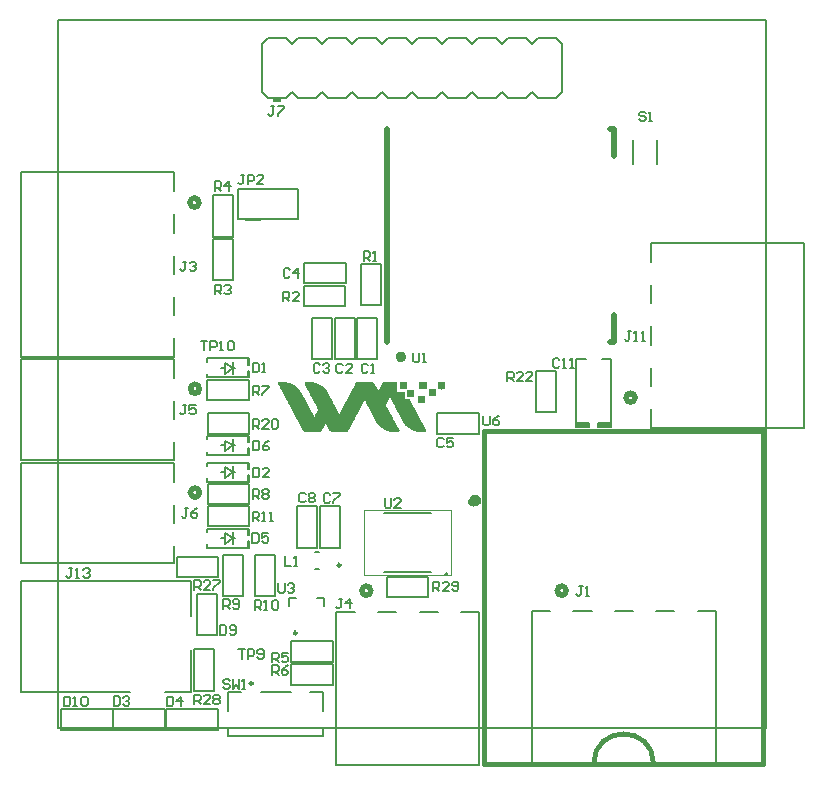
<source format=gto>
G04*
G04 #@! TF.GenerationSoftware,Altium Limited,Altium Designer,21.2.2 (38)*
G04*
G04 Layer_Color=65535*
%FSLAX44Y44*%
%MOMM*%
G71*
G04*
G04 #@! TF.SameCoordinates,265A67D8-C3AC-4CD1-A284-A86046D17BEF*
G04*
G04*
G04 #@! TF.FilePolarity,Positive*
G04*
G01*
G75*
%ADD10C,0.2000*%
%ADD11C,0.5080*%
%ADD12C,0.4000*%
%ADD13C,1.0000*%
%ADD14C,0.2500*%
%ADD15C,0.5000*%
%ADD16C,0.1270*%
%ADD17C,0.1500*%
%ADD18C,0.1778*%
%ADD19C,0.1524*%
%ADD20C,0.1800*%
%ADD21R,1.3970X0.2540*%
%ADD22R,0.8000X0.3600*%
%ADD23C,0.0500*%
G36*
X312511Y292790D02*
Y292563D01*
Y292336D01*
Y292109D01*
Y291882D01*
Y291656D01*
Y291429D01*
Y291202D01*
Y290975D01*
Y290749D01*
Y290522D01*
Y290295D01*
Y290068D01*
Y289841D01*
Y289615D01*
Y289388D01*
Y289161D01*
Y288934D01*
Y288707D01*
Y288481D01*
Y288254D01*
Y288027D01*
Y287800D01*
Y287574D01*
Y287347D01*
Y287120D01*
Y286893D01*
X306388D01*
Y287120D01*
Y287347D01*
Y287574D01*
Y287800D01*
Y288027D01*
Y288254D01*
Y288481D01*
Y288707D01*
Y288934D01*
Y289161D01*
Y289388D01*
Y289615D01*
Y289841D01*
Y290068D01*
Y290295D01*
Y290522D01*
Y290749D01*
Y290975D01*
Y291202D01*
Y291429D01*
Y291656D01*
Y291882D01*
Y292109D01*
Y292336D01*
Y292563D01*
Y292790D01*
Y293016D01*
X312511D01*
Y292790D01*
D02*
G37*
G36*
X295729D02*
Y292563D01*
Y292336D01*
Y292109D01*
Y291882D01*
Y291656D01*
Y291429D01*
Y291202D01*
Y290975D01*
Y290749D01*
Y290522D01*
Y290295D01*
Y290068D01*
Y289841D01*
Y289615D01*
Y289388D01*
Y289161D01*
Y288934D01*
Y288707D01*
Y288481D01*
Y288254D01*
Y288027D01*
Y287800D01*
Y287574D01*
Y287347D01*
Y287120D01*
Y286893D01*
X289606D01*
Y287120D01*
Y287347D01*
Y287574D01*
Y287800D01*
Y288027D01*
Y288254D01*
Y288481D01*
Y288707D01*
Y288934D01*
Y289161D01*
Y289388D01*
Y289615D01*
Y289841D01*
Y290068D01*
Y290295D01*
Y290522D01*
Y290749D01*
Y290975D01*
Y291202D01*
Y291429D01*
Y291656D01*
Y291882D01*
Y292109D01*
Y292336D01*
Y292563D01*
Y292790D01*
Y293016D01*
X295729D01*
Y292790D01*
D02*
G37*
G36*
X327933D02*
Y292563D01*
Y292336D01*
Y292109D01*
Y291882D01*
Y291656D01*
Y291429D01*
Y291202D01*
Y290975D01*
Y290749D01*
Y290522D01*
Y290295D01*
Y290068D01*
Y289841D01*
Y289615D01*
Y289388D01*
Y289161D01*
Y288934D01*
Y288707D01*
Y288481D01*
Y288254D01*
Y288027D01*
Y287800D01*
Y287574D01*
Y287347D01*
Y287120D01*
Y286893D01*
X325212D01*
Y286666D01*
X324758D01*
Y286893D01*
X321810D01*
Y287120D01*
Y287347D01*
Y287574D01*
Y287800D01*
Y288027D01*
Y288254D01*
Y288481D01*
Y288707D01*
Y288934D01*
Y289161D01*
Y289388D01*
Y289615D01*
Y289841D01*
Y290068D01*
Y290295D01*
Y290522D01*
Y290749D01*
Y290975D01*
Y291202D01*
Y291429D01*
Y291656D01*
Y291882D01*
Y292109D01*
Y292336D01*
Y292563D01*
Y292790D01*
Y293016D01*
X327933D01*
Y292790D01*
D02*
G37*
G36*
X287791Y293016D02*
Y292790D01*
Y292563D01*
Y292336D01*
Y292109D01*
Y291882D01*
Y291656D01*
Y291429D01*
Y291202D01*
Y290975D01*
Y290749D01*
Y290522D01*
Y290295D01*
Y290068D01*
Y289841D01*
Y289615D01*
Y289388D01*
Y289161D01*
Y288934D01*
Y288707D01*
Y288481D01*
Y288254D01*
Y288027D01*
Y287800D01*
Y287574D01*
Y287347D01*
Y287120D01*
Y286893D01*
Y286666D01*
Y286440D01*
Y286213D01*
Y285986D01*
Y285759D01*
Y285532D01*
Y285306D01*
Y285079D01*
X294142D01*
Y284852D01*
Y284625D01*
Y284398D01*
Y284172D01*
Y283945D01*
Y283718D01*
Y283491D01*
Y283265D01*
Y283038D01*
Y282811D01*
Y282584D01*
Y282357D01*
Y282131D01*
Y281904D01*
Y281677D01*
Y281450D01*
Y281223D01*
Y280997D01*
Y280770D01*
Y280543D01*
Y280316D01*
Y280089D01*
Y279863D01*
Y279636D01*
Y279409D01*
Y279182D01*
Y278955D01*
X294368D01*
Y278729D01*
X297997D01*
Y278502D01*
X298224D01*
Y278275D01*
Y278048D01*
Y277822D01*
X298677D01*
Y277595D01*
Y277368D01*
X298904D01*
Y277141D01*
Y276914D01*
Y276688D01*
X299131D01*
Y276461D01*
Y276234D01*
X299358D01*
Y276007D01*
X299584D01*
Y275781D01*
Y275554D01*
X299811D01*
Y275327D01*
Y275100D01*
X300038D01*
Y274873D01*
X300265D01*
Y274646D01*
X300038D01*
Y274420D01*
X300265D01*
Y274193D01*
X300492D01*
Y273966D01*
Y273739D01*
X300718D01*
Y273513D01*
Y273286D01*
X301172D01*
Y273059D01*
Y272832D01*
Y272605D01*
Y272379D01*
X301399D01*
Y272152D01*
X301626D01*
Y271925D01*
Y271698D01*
Y271472D01*
X301852D01*
Y271245D01*
X302079D01*
Y271018D01*
Y270791D01*
X302306D01*
Y270564D01*
Y270338D01*
X302533D01*
Y270111D01*
Y269884D01*
X302759D01*
Y269657D01*
X302986D01*
Y269430D01*
Y269204D01*
X303213D01*
Y268977D01*
Y268750D01*
X303440D01*
Y268523D01*
Y268297D01*
X303667D01*
Y268070D01*
X303893D01*
Y267843D01*
Y267616D01*
Y267389D01*
X304120D01*
Y267162D01*
Y266936D01*
Y266709D01*
X304574D01*
Y266482D01*
Y266255D01*
X304801D01*
Y266029D01*
Y265802D01*
X305027D01*
Y265575D01*
Y265348D01*
Y265121D01*
X305254D01*
Y264895D01*
X305481D01*
Y264668D01*
Y264441D01*
X305708D01*
Y264214D01*
Y263988D01*
Y263761D01*
X306161D01*
Y263534D01*
Y263307D01*
Y263080D01*
X306388D01*
Y262854D01*
X306615D01*
Y262627D01*
Y262400D01*
Y262173D01*
X306842D01*
Y261946D01*
Y261720D01*
X307069D01*
Y261493D01*
X307295D01*
Y261266D01*
Y261039D01*
X307522D01*
Y260812D01*
Y260586D01*
X307749D01*
Y260359D01*
X307976D01*
Y260132D01*
Y259905D01*
Y259678D01*
X308202D01*
Y259452D01*
Y259225D01*
X308429D01*
Y258998D01*
X308656D01*
Y258771D01*
Y258545D01*
Y258318D01*
X308883D01*
Y258091D01*
X309110D01*
Y257864D01*
Y257637D01*
X309336D01*
Y257411D01*
X309563D01*
Y257184D01*
Y256957D01*
Y256730D01*
X309790D01*
Y256503D01*
X310017D01*
Y256277D01*
Y256050D01*
X310243D01*
Y255823D01*
Y255596D01*
Y255369D01*
X310697D01*
Y255143D01*
Y254916D01*
Y254689D01*
X310924D01*
Y254462D01*
Y254236D01*
Y254009D01*
X311151D01*
Y253782D01*
X311378D01*
Y253555D01*
X311604D01*
Y253328D01*
X311378D01*
Y253102D01*
X311831D01*
Y252875D01*
Y252648D01*
Y252421D01*
X312058D01*
Y252194D01*
Y251968D01*
Y251741D01*
X312285D01*
Y251514D01*
X312058D01*
Y251287D01*
Y251061D01*
X311831D01*
Y250834D01*
X311378D01*
Y250607D01*
X305481D01*
Y250834D01*
X304120D01*
Y251061D01*
X303667D01*
Y251287D01*
X302533D01*
Y251514D01*
X301852D01*
Y251741D01*
X301172D01*
Y251968D01*
X300945D01*
Y252194D01*
X300265D01*
Y252421D01*
X299811D01*
Y252648D01*
X299358D01*
Y252875D01*
X298904D01*
Y253102D01*
X298451D01*
Y253328D01*
X298224D01*
Y253555D01*
X297997D01*
Y253782D01*
X297543D01*
Y254009D01*
X297090D01*
Y254236D01*
X296863D01*
Y254462D01*
X296636D01*
Y254689D01*
X296183D01*
Y254916D01*
X295956D01*
Y255143D01*
X295729D01*
Y255369D01*
X295502D01*
Y255596D01*
X295275D01*
Y255823D01*
X295049D01*
Y256050D01*
X294822D01*
Y256277D01*
X294595D01*
Y256503D01*
X294368D01*
Y256730D01*
X294142D01*
Y256957D01*
X293915D01*
Y257184D01*
X293688D01*
Y257411D01*
X293461D01*
Y257637D01*
Y257864D01*
Y258091D01*
X293008D01*
Y258318D01*
Y258545D01*
X292781D01*
Y258771D01*
X292554D01*
Y258998D01*
Y259225D01*
Y259452D01*
Y259678D01*
X292327D01*
Y259905D01*
X292100D01*
Y260132D01*
Y260359D01*
X291874D01*
Y260586D01*
Y260812D01*
X291647D01*
Y261039D01*
X291420D01*
Y261266D01*
Y261493D01*
Y261720D01*
X291193D01*
Y261946D01*
X290966D01*
Y262173D01*
Y262400D01*
Y262627D01*
X290513D01*
Y262854D01*
Y263080D01*
Y263307D01*
X290286D01*
Y263534D01*
Y263761D01*
X290059D01*
Y263988D01*
Y264214D01*
X289832D01*
Y264441D01*
X289606D01*
Y264668D01*
Y264895D01*
Y265121D01*
X289152D01*
Y265348D01*
Y265575D01*
Y265802D01*
Y266029D01*
X288925D01*
Y266255D01*
X288699D01*
Y266482D01*
Y266709D01*
Y266936D01*
X288472D01*
Y267162D01*
X288245D01*
Y267389D01*
X288018D01*
Y267616D01*
Y267843D01*
Y268070D01*
X287565D01*
Y268297D01*
X287791D01*
Y268523D01*
X287565D01*
Y268750D01*
X287338D01*
Y268977D01*
Y269204D01*
X287111D01*
Y269430D01*
Y269657D01*
X286658D01*
Y269884D01*
Y270111D01*
Y270338D01*
Y270564D01*
Y270791D01*
X286431D01*
Y271018D01*
X286204D01*
Y271245D01*
Y271472D01*
X285977D01*
Y271698D01*
X285750D01*
Y271925D01*
Y272152D01*
Y272379D01*
X285524D01*
Y272605D01*
X285297D01*
Y272832D01*
X285070D01*
Y273059D01*
X285297D01*
Y273286D01*
X285070D01*
Y273513D01*
X284843D01*
Y273739D01*
X284616D01*
Y273966D01*
Y274193D01*
Y274420D01*
X284163D01*
Y274646D01*
Y274873D01*
Y275100D01*
Y275327D01*
X283936D01*
Y275554D01*
X283709D01*
Y275781D01*
Y276007D01*
Y276234D01*
X283482D01*
Y276461D01*
X283256D01*
Y276688D01*
Y276914D01*
Y277141D01*
X283029D01*
Y277368D01*
X282802D01*
Y277595D01*
Y277822D01*
Y278048D01*
X282348D01*
Y278275D01*
Y278502D01*
X282122D01*
Y278729D01*
Y278955D01*
Y279182D01*
X281895D01*
Y279409D01*
X281668D01*
Y279636D01*
Y279863D01*
X280988D01*
Y279636D01*
Y279409D01*
Y279182D01*
X280761D01*
Y278955D01*
Y278729D01*
X280534D01*
Y278502D01*
X280307D01*
Y278275D01*
X280534D01*
Y278048D01*
X280307D01*
Y277822D01*
X280081D01*
Y277595D01*
X279854D01*
Y277368D01*
Y277141D01*
Y276914D01*
X279627D01*
Y276688D01*
Y276461D01*
X279400D01*
Y276234D01*
Y276007D01*
X279174D01*
Y275781D01*
Y275554D01*
X278947D01*
Y275327D01*
Y275100D01*
X278720D01*
Y274873D01*
Y274646D01*
X278493D01*
Y274420D01*
Y274193D01*
X278266D01*
Y273966D01*
Y273739D01*
Y273513D01*
Y273286D01*
Y273059D01*
X278493D01*
Y272832D01*
Y272605D01*
Y272379D01*
X278720D01*
Y272152D01*
X278947D01*
Y271925D01*
Y271698D01*
X279174D01*
Y271472D01*
Y271245D01*
X279400D01*
Y271018D01*
Y270791D01*
X279627D01*
Y270564D01*
Y270338D01*
X279854D01*
Y270111D01*
X280081D01*
Y269884D01*
Y269657D01*
X280307D01*
Y269430D01*
Y269204D01*
X280534D01*
Y268977D01*
Y268750D01*
X280761D01*
Y268523D01*
Y268297D01*
X280988D01*
Y268070D01*
X281215D01*
Y267843D01*
Y267616D01*
Y267389D01*
X281441D01*
Y267162D01*
Y266936D01*
X281895D01*
Y266709D01*
Y266482D01*
Y266255D01*
Y266029D01*
X282348D01*
Y265802D01*
Y265575D01*
Y265348D01*
Y265121D01*
X282802D01*
Y264895D01*
Y264668D01*
X283029D01*
Y264441D01*
X282802D01*
Y264214D01*
X283029D01*
Y263988D01*
X283256D01*
Y263761D01*
X283482D01*
Y263534D01*
Y263307D01*
X283709D01*
Y263080D01*
Y262854D01*
X283936D01*
Y262627D01*
Y262400D01*
X284163D01*
Y262173D01*
Y261946D01*
X284390D01*
Y261720D01*
Y261493D01*
Y261266D01*
X284616D01*
Y261039D01*
X284843D01*
Y260812D01*
Y260586D01*
Y260359D01*
X285297D01*
Y260132D01*
Y259905D01*
Y259678D01*
X285524D01*
Y259452D01*
Y259225D01*
X285750D01*
Y258998D01*
X285977D01*
Y258771D01*
Y258545D01*
Y258318D01*
X286431D01*
Y258091D01*
Y257864D01*
Y257637D01*
X286658D01*
Y257411D01*
X286884D01*
Y257184D01*
Y256957D01*
Y256730D01*
X287111D01*
Y256503D01*
X287338D01*
Y256277D01*
Y256050D01*
X287565D01*
Y255823D01*
Y255596D01*
X287791D01*
Y255369D01*
Y255143D01*
Y254916D01*
X288018D01*
Y254689D01*
X288245D01*
Y254462D01*
Y254236D01*
Y254009D01*
X288699D01*
Y253782D01*
Y253555D01*
X288925D01*
Y253328D01*
Y253102D01*
Y252875D01*
X289152D01*
Y252648D01*
X289379D01*
Y252421D01*
X289606D01*
Y252194D01*
Y251968D01*
Y251741D01*
Y251514D01*
Y251287D01*
X289379D01*
Y251061D01*
X289152D01*
Y250834D01*
X288699D01*
Y250607D01*
X282802D01*
Y250834D01*
X281668D01*
Y251061D01*
X280988D01*
Y251287D01*
X279854D01*
Y251514D01*
X279174D01*
Y251741D01*
X278720D01*
Y251968D01*
X278266D01*
Y252194D01*
X277586D01*
Y252421D01*
X277132D01*
Y252648D01*
X276679D01*
Y252875D01*
X276452D01*
Y253102D01*
X275998D01*
Y253328D01*
X275545D01*
Y253555D01*
X275318D01*
Y253782D01*
X274865D01*
Y254009D01*
X274411D01*
Y254236D01*
X274184D01*
Y254462D01*
X273957D01*
Y254689D01*
X273731D01*
Y254916D01*
X273277D01*
Y255143D01*
X273050D01*
Y255369D01*
X272823D01*
Y255596D01*
Y255823D01*
X272370D01*
Y256050D01*
X272143D01*
Y256277D01*
X271916D01*
Y256503D01*
X271689D01*
Y256730D01*
X271463D01*
Y256957D01*
Y257184D01*
X271236D01*
Y257411D01*
X271009D01*
Y257637D01*
X270782D01*
Y257864D01*
Y258091D01*
X270329D01*
Y258318D01*
Y258545D01*
Y258771D01*
X269875D01*
Y258998D01*
Y259225D01*
Y259452D01*
Y259678D01*
X269648D01*
Y259905D01*
X269422D01*
Y260132D01*
Y260359D01*
X269195D01*
Y260586D01*
Y260812D01*
X268968D01*
Y261039D01*
Y261266D01*
X268741D01*
Y261493D01*
Y261720D01*
X268514D01*
Y261946D01*
X268288D01*
Y262173D01*
Y262400D01*
X268061D01*
Y262627D01*
Y262854D01*
X267834D01*
Y263080D01*
Y263307D01*
Y263534D01*
X267380D01*
Y263761D01*
Y263988D01*
X267154D01*
Y264214D01*
Y264441D01*
Y264668D01*
X266927D01*
Y264895D01*
Y265121D01*
X266473D01*
Y265348D01*
Y265575D01*
Y265802D01*
X266246D01*
Y266029D01*
Y266255D01*
X266020D01*
Y266482D01*
Y266709D01*
X265793D01*
Y266936D01*
Y267162D01*
X265566D01*
Y267389D01*
X265339D01*
Y267616D01*
Y267843D01*
Y268070D01*
X265113D01*
Y268297D01*
X264886D01*
Y268523D01*
Y268750D01*
X264659D01*
Y268977D01*
Y269204D01*
X264432D01*
Y269430D01*
Y269657D01*
X264205D01*
Y269884D01*
X263979D01*
Y270111D01*
Y270338D01*
Y270564D01*
X263752D01*
Y270791D01*
Y271018D01*
X263525D01*
Y271245D01*
Y271472D01*
Y271698D01*
X263071D01*
Y271925D01*
Y272152D01*
Y272379D01*
X262845D01*
Y272605D01*
X262618D01*
Y272832D01*
Y273059D01*
X262391D01*
Y273286D01*
Y273513D01*
X262164D01*
Y273739D01*
X261938D01*
Y273966D01*
X262164D01*
Y274193D01*
X261938D01*
Y274420D01*
X261711D01*
Y274646D01*
X261484D01*
Y274873D01*
Y275100D01*
X261257D01*
Y275327D01*
Y275554D01*
X261030D01*
Y275781D01*
Y276007D01*
Y276234D01*
X260804D01*
Y276461D01*
Y276688D01*
X260577D01*
Y276914D01*
Y277141D01*
X260350D01*
Y277368D01*
X259670D01*
Y277141D01*
Y276914D01*
X259443D01*
Y276688D01*
Y276461D01*
X259216D01*
Y276234D01*
Y276007D01*
X258989D01*
Y275781D01*
X258762D01*
Y275554D01*
Y275327D01*
Y275100D01*
X258536D01*
Y274873D01*
X258309D01*
Y274646D01*
Y274420D01*
Y274193D01*
X257855D01*
Y273966D01*
Y273739D01*
Y273513D01*
X257628D01*
Y273286D01*
Y273059D01*
X257402D01*
Y272832D01*
Y272605D01*
X257175D01*
Y272379D01*
Y272152D01*
Y271925D01*
X256948D01*
Y271698D01*
X256721D01*
Y271472D01*
Y271245D01*
X256495D01*
Y271018D01*
X256268D01*
Y270791D01*
Y270564D01*
X256041D01*
Y270338D01*
Y270111D01*
X255814D01*
Y269884D01*
Y269657D01*
X255587D01*
Y269430D01*
Y269204D01*
X255361D01*
Y268977D01*
Y268750D01*
Y268523D01*
X254907D01*
Y268297D01*
Y268070D01*
Y267843D01*
X254680D01*
Y267616D01*
X254454D01*
Y267389D01*
Y267162D01*
Y266936D01*
X254227D01*
Y266709D01*
X254000D01*
Y266482D01*
Y266255D01*
X253773D01*
Y266029D01*
Y265802D01*
X253546D01*
Y265575D01*
X253319D01*
Y265348D01*
Y265121D01*
Y264895D01*
X253093D01*
Y264668D01*
Y264441D01*
X252866D01*
Y264214D01*
X252639D01*
Y263988D01*
Y263761D01*
X252412D01*
Y263534D01*
Y263307D01*
X252186D01*
Y263080D01*
Y262854D01*
X251959D01*
Y262627D01*
Y262400D01*
Y262173D01*
X251732D01*
Y261946D01*
Y261720D01*
X251505D01*
Y261493D01*
Y261266D01*
X251052D01*
Y261039D01*
Y260812D01*
X250825D01*
Y260586D01*
Y260359D01*
Y260132D01*
X250598D01*
Y259905D01*
X250371D01*
Y259678D01*
Y259452D01*
Y259225D01*
X250145D01*
Y258998D01*
X249918D01*
Y258771D01*
Y258545D01*
Y258318D01*
X249464D01*
Y258091D01*
Y257864D01*
Y257637D01*
X249237D01*
Y257411D01*
Y257184D01*
X249011D01*
Y256957D01*
Y256730D01*
X248784D01*
Y256503D01*
Y256277D01*
X248330D01*
Y256050D01*
Y255823D01*
Y255596D01*
X248103D01*
Y255369D01*
Y255143D01*
Y254916D01*
X247877D01*
Y254689D01*
X247650D01*
Y254462D01*
Y254236D01*
X247423D01*
Y254009D01*
Y253782D01*
X247196D01*
Y253555D01*
X246970D01*
Y253328D01*
Y253102D01*
Y252875D01*
X246743D01*
Y252648D01*
X246516D01*
Y252421D01*
Y252194D01*
X246289D01*
Y251968D01*
Y251741D01*
Y251514D01*
X245835D01*
Y251287D01*
Y251061D01*
Y250834D01*
X245382D01*
Y250607D01*
X232001D01*
Y250834D01*
X231548D01*
Y251061D01*
X231321D01*
Y251287D01*
X230868D01*
Y251514D01*
X230414D01*
Y251741D01*
Y251968D01*
X230187D01*
Y252194D01*
X229960D01*
Y252421D01*
Y252648D01*
Y252875D01*
X229507D01*
Y253102D01*
Y253328D01*
X229280D01*
Y253555D01*
Y253782D01*
X229053D01*
Y254009D01*
Y254236D01*
Y254462D01*
X228826D01*
Y254689D01*
X228600D01*
Y254916D01*
Y255143D01*
X228373D01*
Y255369D01*
Y255596D01*
Y255823D01*
X227919D01*
Y256050D01*
X228146D01*
Y256277D01*
X227919D01*
Y256503D01*
X227692D01*
Y256730D01*
X227466D01*
Y256957D01*
Y257184D01*
Y257411D01*
X226785D01*
Y257184D01*
X226558D01*
Y256957D01*
Y256730D01*
X226332D01*
Y256503D01*
Y256277D01*
X226105D01*
Y256050D01*
X225878D01*
Y255823D01*
X225651D01*
Y255596D01*
Y255369D01*
Y255143D01*
X225424D01*
Y254916D01*
Y254689D01*
X225198D01*
Y254462D01*
Y254236D01*
X224971D01*
Y254009D01*
Y253782D01*
X224744D01*
Y253555D01*
Y253328D01*
X224517D01*
Y253102D01*
X224291D01*
Y252875D01*
Y252648D01*
X224064D01*
Y252421D01*
Y252194D01*
Y251968D01*
X223837D01*
Y251741D01*
X223610D01*
Y251514D01*
Y251287D01*
X223383D01*
Y251061D01*
Y250834D01*
X222703D01*
Y250607D01*
X209776D01*
Y250834D01*
X209096D01*
Y251061D01*
X208869D01*
Y251287D01*
X208415D01*
Y251514D01*
X208189D01*
Y251741D01*
X207962D01*
Y251968D01*
X207735D01*
Y252194D01*
X207508D01*
Y252421D01*
Y252648D01*
X207281D01*
Y252875D01*
Y253102D01*
Y253328D01*
X206828D01*
Y253555D01*
Y253782D01*
Y254009D01*
X206601D01*
Y254236D01*
X206374D01*
Y254462D01*
Y254689D01*
Y254916D01*
X206147D01*
Y255143D01*
Y255369D01*
X205921D01*
Y255596D01*
X205694D01*
Y255823D01*
X205467D01*
Y256050D01*
Y256277D01*
X205240D01*
Y256503D01*
Y256730D01*
X205014D01*
Y256957D01*
Y257184D01*
X204787D01*
Y257411D01*
Y257637D01*
X204560D01*
Y257864D01*
X204333D01*
Y258091D01*
Y258318D01*
Y258545D01*
Y258771D01*
X204106D01*
Y258998D01*
X203880D01*
Y259225D01*
Y259452D01*
Y259678D01*
X203426D01*
Y259905D01*
Y260132D01*
Y260359D01*
X203199D01*
Y260586D01*
Y260812D01*
X202972D01*
Y261039D01*
X202746D01*
Y261266D01*
Y261493D01*
X202519D01*
Y261720D01*
X202292D01*
Y261946D01*
Y262173D01*
Y262400D01*
Y262627D01*
X201838D01*
Y262854D01*
Y263080D01*
X201612D01*
Y263307D01*
Y263534D01*
Y263761D01*
X201385D01*
Y263988D01*
Y264214D01*
X201158D01*
Y264441D01*
X200931D01*
Y264668D01*
Y264895D01*
X200705D01*
Y265121D01*
Y265348D01*
X200478D01*
Y265575D01*
Y265802D01*
Y266029D01*
X200024D01*
Y266255D01*
Y266482D01*
Y266709D01*
X199797D01*
Y266936D01*
Y267162D01*
X199571D01*
Y267389D01*
X199344D01*
Y267616D01*
Y267843D01*
X199117D01*
Y268070D01*
Y268297D01*
X198890D01*
Y268523D01*
Y268750D01*
Y268977D01*
X198437D01*
Y269204D01*
Y269430D01*
X198210D01*
Y269657D01*
Y269884D01*
Y270111D01*
X197983D01*
Y270338D01*
Y270564D01*
X197756D01*
Y270791D01*
Y271018D01*
X197530D01*
Y271245D01*
X197303D01*
Y271472D01*
Y271698D01*
X197076D01*
Y271925D01*
X196849D01*
Y272152D01*
X197076D01*
Y272379D01*
X196622D01*
Y272605D01*
Y272832D01*
Y273059D01*
X196396D01*
Y273286D01*
Y273513D01*
X196169D01*
Y273739D01*
Y273966D01*
X195942D01*
Y274193D01*
X195715D01*
Y274420D01*
X195488D01*
Y274646D01*
Y274873D01*
Y275100D01*
Y275327D01*
X195035D01*
Y275554D01*
Y275781D01*
Y276007D01*
X194808D01*
Y276234D01*
Y276461D01*
Y276688D01*
X194354D01*
Y276914D01*
Y277141D01*
Y277368D01*
X194128D01*
Y277595D01*
X193901D01*
Y277822D01*
Y278048D01*
Y278275D01*
X193674D01*
Y278502D01*
X193447D01*
Y278729D01*
X193221D01*
Y278955D01*
Y279182D01*
X192994D01*
Y279409D01*
Y279636D01*
Y279863D01*
Y280089D01*
X192540D01*
Y280316D01*
Y280543D01*
Y280770D01*
X192313D01*
Y280997D01*
X192087D01*
Y281223D01*
Y281450D01*
X191860D01*
Y281677D01*
Y281904D01*
Y282131D01*
X191633D01*
Y282357D01*
X191406D01*
Y282584D01*
Y282811D01*
Y283038D01*
X190953D01*
Y283265D01*
Y283491D01*
X190726D01*
Y283718D01*
Y283945D01*
X190499D01*
Y284172D01*
Y284398D01*
Y284625D01*
X190272D01*
Y284852D01*
Y285079D01*
X190046D01*
Y285306D01*
X189819D01*
Y285532D01*
Y285759D01*
Y285986D01*
X189592D01*
Y286213D01*
Y286440D01*
X189365D01*
Y286666D01*
X189138D01*
Y286893D01*
Y287120D01*
Y287347D01*
X188911D01*
Y287574D01*
X188458D01*
Y287800D01*
X188685D01*
Y288027D01*
X188458D01*
Y288254D01*
Y288481D01*
X188231D01*
Y288707D01*
X188004D01*
Y288934D01*
Y289161D01*
Y289388D01*
X187778D01*
Y289615D01*
X187551D01*
Y289841D01*
Y290068D01*
X187324D01*
Y290295D01*
Y290522D01*
X187097D01*
Y290749D01*
X186870D01*
Y290975D01*
Y291202D01*
Y291429D01*
X186644D01*
Y291656D01*
X186417D01*
Y291882D01*
Y292109D01*
Y292336D01*
Y292563D01*
X186644D01*
Y292790D01*
X186870D01*
Y293016D01*
X187551D01*
Y293243D01*
X192313D01*
Y293016D01*
X194128D01*
Y292790D01*
X194581D01*
Y292563D01*
X195715D01*
Y292336D01*
X196396D01*
Y292109D01*
X197076D01*
Y291882D01*
X197530D01*
Y291656D01*
X198210D01*
Y291429D01*
X198664D01*
Y291202D01*
X199117D01*
Y290975D01*
X199571D01*
Y290749D01*
X200024D01*
Y290522D01*
X200478D01*
Y290295D01*
X200931D01*
Y290068D01*
X201158D01*
Y289841D01*
X201385D01*
Y289615D01*
X201838D01*
Y289388D01*
X202065D01*
Y289161D01*
X202292D01*
Y288934D01*
X202746D01*
Y288707D01*
Y288481D01*
X203199D01*
Y288254D01*
X203426D01*
Y288027D01*
X203653D01*
Y287800D01*
Y287574D01*
X204106D01*
Y287347D01*
X204333D01*
Y287120D01*
X204560D01*
Y286893D01*
X204787D01*
Y286666D01*
X205014D01*
Y286440D01*
Y286213D01*
X205240D01*
Y285986D01*
X205467D01*
Y285759D01*
Y285532D01*
X205694D01*
Y285306D01*
Y285079D01*
X205921D01*
Y284852D01*
Y284625D01*
X206147D01*
Y284398D01*
X206374D01*
Y284172D01*
X206601D01*
Y283945D01*
Y283718D01*
Y283491D01*
X206828D01*
Y283265D01*
X207055D01*
Y283038D01*
Y282811D01*
Y282584D01*
X207281D01*
Y282357D01*
X207508D01*
Y282131D01*
Y281904D01*
Y281677D01*
X207735D01*
Y281450D01*
X207962D01*
Y281223D01*
Y280997D01*
X208189D01*
Y280770D01*
X208415D01*
Y280543D01*
Y280316D01*
Y280089D01*
X208642D01*
Y279863D01*
Y279636D01*
X208869D01*
Y279409D01*
Y279182D01*
X209096D01*
Y278955D01*
Y278729D01*
X209549D01*
Y278502D01*
X209322D01*
Y278275D01*
X209549D01*
Y278048D01*
X209776D01*
Y277822D01*
Y277595D01*
X210003D01*
Y277368D01*
Y277141D01*
X210230D01*
Y276914D01*
Y276688D01*
X210457D01*
Y276461D01*
X210683D01*
Y276234D01*
Y276007D01*
X210910D01*
Y275781D01*
Y275554D01*
Y275327D01*
X211137D01*
Y275100D01*
X211364D01*
Y274873D01*
Y274646D01*
X211590D01*
Y274420D01*
Y274193D01*
X211817D01*
Y273966D01*
Y273739D01*
X212044D01*
Y273513D01*
Y273286D01*
X212271D01*
Y273059D01*
X212498D01*
Y272832D01*
Y272605D01*
Y272379D01*
X212951D01*
Y272152D01*
Y271925D01*
Y271698D01*
X213178D01*
Y271472D01*
Y271245D01*
X213405D01*
Y271018D01*
Y270791D01*
X213631D01*
Y270564D01*
Y270338D01*
X213858D01*
Y270111D01*
Y269884D01*
X214085D01*
Y269657D01*
Y269430D01*
X214312D01*
Y269204D01*
Y268977D01*
X214539D01*
Y268750D01*
X214765D01*
Y268523D01*
Y268297D01*
X214992D01*
Y268070D01*
Y267843D01*
X215219D01*
Y267616D01*
X215446D01*
Y267389D01*
X215219D01*
Y267162D01*
X215446D01*
Y266936D01*
X215673D01*
Y266709D01*
Y266482D01*
X215899D01*
Y266255D01*
Y266029D01*
X216126D01*
Y265802D01*
X216353D01*
Y265575D01*
Y265348D01*
X216580D01*
Y265121D01*
Y264895D01*
X216807D01*
Y264668D01*
Y264441D01*
X217033D01*
Y264214D01*
Y263988D01*
X217260D01*
Y263761D01*
X217714D01*
Y263988D01*
Y264214D01*
X217941D01*
Y264441D01*
Y264668D01*
X218167D01*
Y264895D01*
Y265121D01*
Y265348D01*
X218394D01*
Y265575D01*
Y265802D01*
X218621D01*
Y266029D01*
Y266255D01*
X218848D01*
Y266482D01*
Y266709D01*
X219074D01*
Y266936D01*
Y267162D01*
X219301D01*
Y267389D01*
Y267616D01*
X219528D01*
Y267843D01*
Y268070D01*
Y268297D01*
X219755D01*
Y268523D01*
X219982D01*
Y268750D01*
X220208D01*
Y268977D01*
Y269204D01*
Y269430D01*
X220435D01*
Y269657D01*
Y269884D01*
Y270111D01*
Y270338D01*
Y270564D01*
X219982D01*
Y270791D01*
Y271018D01*
X219755D01*
Y271245D01*
Y271472D01*
Y271698D01*
X219528D01*
Y271925D01*
X219301D01*
Y272152D01*
Y272379D01*
Y272605D01*
X219074D01*
Y272832D01*
Y273059D01*
X218848D01*
Y273286D01*
Y273513D01*
X218621D01*
Y273739D01*
Y273966D01*
Y274193D01*
X218167D01*
Y274420D01*
Y274646D01*
Y274873D01*
X217714D01*
Y275100D01*
Y275327D01*
Y275554D01*
X217487D01*
Y275781D01*
Y276007D01*
X217260D01*
Y276234D01*
Y276461D01*
X217033D01*
Y276688D01*
Y276914D01*
X216807D01*
Y277141D01*
X216580D01*
Y277368D01*
Y277595D01*
Y277822D01*
X216353D01*
Y278048D01*
X216126D01*
Y278275D01*
Y278502D01*
X215899D01*
Y278729D01*
Y278955D01*
X215673D01*
Y279182D01*
Y279409D01*
Y279636D01*
X215446D01*
Y279863D01*
X215219D01*
Y280089D01*
Y280316D01*
X214992D01*
Y280543D01*
Y280770D01*
X214765D01*
Y280997D01*
Y281223D01*
X214539D01*
Y281450D01*
X214312D01*
Y281677D01*
X214085D01*
Y281904D01*
Y282131D01*
Y282357D01*
Y282584D01*
X213631D01*
Y282811D01*
Y283038D01*
Y283265D01*
X213405D01*
Y283491D01*
X213178D01*
Y283718D01*
Y283945D01*
Y284172D01*
X212951D01*
Y284398D01*
Y284625D01*
X212724D01*
Y284852D01*
X212498D01*
Y285079D01*
Y285306D01*
X212271D01*
Y285532D01*
X212044D01*
Y285759D01*
Y285986D01*
Y286213D01*
X211817D01*
Y286440D01*
Y286666D01*
X211590D01*
Y286893D01*
Y287120D01*
X211364D01*
Y287347D01*
Y287574D01*
X211137D01*
Y287800D01*
X210910D01*
Y288027D01*
Y288254D01*
X210683D01*
Y288481D01*
Y288707D01*
Y288934D01*
X210457D01*
Y289161D01*
X210230D01*
Y289388D01*
Y289615D01*
X210003D01*
Y289841D01*
Y290068D01*
X209776D01*
Y290295D01*
Y290522D01*
X209549D01*
Y290749D01*
X209322D01*
Y290975D01*
Y291202D01*
X209096D01*
Y291429D01*
Y291656D01*
Y291882D01*
X208869D01*
Y292109D01*
X209096D01*
Y292336D01*
Y292563D01*
Y292790D01*
X209549D01*
Y293016D01*
X210003D01*
Y293243D01*
X214765D01*
Y293016D01*
X216580D01*
Y292790D01*
X217033D01*
Y292563D01*
X218167D01*
Y292336D01*
X219074D01*
Y292109D01*
X219755D01*
Y291882D01*
X219982D01*
Y291656D01*
X220662D01*
Y291429D01*
X221342D01*
Y291202D01*
X221569D01*
Y290975D01*
X222023D01*
Y290749D01*
X222250D01*
Y290522D01*
X222930D01*
Y290295D01*
X223157D01*
Y290068D01*
X223610D01*
Y289841D01*
X223837D01*
Y289615D01*
X224291D01*
Y289388D01*
X224517D01*
Y289161D01*
X224744D01*
Y288934D01*
X224971D01*
Y288707D01*
X225198D01*
Y288481D01*
X225651D01*
Y288254D01*
X225878D01*
Y288027D01*
X226105D01*
Y287800D01*
X226332D01*
Y287574D01*
X226558D01*
Y287347D01*
X226785D01*
Y287120D01*
X227012D01*
Y286893D01*
X227239D01*
Y286666D01*
Y286440D01*
X227692D01*
Y286213D01*
Y285986D01*
X227919D01*
Y285759D01*
X228146D01*
Y285532D01*
Y285306D01*
X228373D01*
Y285079D01*
Y284852D01*
X228600D01*
Y284625D01*
Y284398D01*
Y284172D01*
X228826D01*
Y283945D01*
X229053D01*
Y283718D01*
Y283491D01*
Y283265D01*
X229507D01*
Y283038D01*
Y282811D01*
X229734D01*
Y282584D01*
Y282357D01*
Y282131D01*
X230187D01*
Y281904D01*
Y281677D01*
Y281450D01*
Y281223D01*
X230414D01*
Y280997D01*
X230641D01*
Y280770D01*
Y280543D01*
X230868D01*
Y280316D01*
Y280089D01*
X231094D01*
Y279863D01*
Y279636D01*
X231321D01*
Y279409D01*
Y279182D01*
X231548D01*
Y278955D01*
X231775D01*
Y278729D01*
X232001D01*
Y278502D01*
Y278275D01*
Y278048D01*
X232228D01*
Y277822D01*
X232455D01*
Y277595D01*
Y277368D01*
X232682D01*
Y277141D01*
Y276914D01*
X232909D01*
Y276688D01*
Y276461D01*
X233135D01*
Y276234D01*
Y276007D01*
X233362D01*
Y275781D01*
Y275554D01*
X233589D01*
Y275327D01*
Y275100D01*
Y274873D01*
X233816D01*
Y274646D01*
X234042D01*
Y274420D01*
Y274193D01*
Y273966D01*
X234496D01*
Y273739D01*
Y273513D01*
Y273286D01*
X234723D01*
Y273059D01*
X234950D01*
Y272832D01*
Y272605D01*
X235176D01*
Y272379D01*
Y272152D01*
X235403D01*
Y271925D01*
Y271698D01*
X235630D01*
Y271472D01*
Y271245D01*
X235857D01*
Y271018D01*
Y270791D01*
X236084D01*
Y270564D01*
Y270338D01*
X236310D01*
Y270111D01*
Y269884D01*
X236537D01*
Y269657D01*
Y269430D01*
Y269204D01*
X236991D01*
Y268977D01*
Y268750D01*
Y268523D01*
X237218D01*
Y268297D01*
X237444D01*
Y268070D01*
Y267843D01*
X237671D01*
Y267616D01*
Y267389D01*
Y267162D01*
X238125D01*
Y266936D01*
Y266709D01*
X238351D01*
Y266482D01*
Y266255D01*
X238805D01*
Y266482D01*
Y266709D01*
X239032D01*
Y266936D01*
X239259D01*
Y267162D01*
Y267389D01*
X239485D01*
Y267616D01*
Y267843D01*
X239712D01*
Y268070D01*
Y268297D01*
X239939D01*
Y268523D01*
Y268750D01*
Y268977D01*
X240393D01*
Y269204D01*
Y269430D01*
Y269657D01*
X240846D01*
Y269884D01*
Y270111D01*
Y270338D01*
Y270564D01*
X241073D01*
Y270791D01*
X241300D01*
Y271018D01*
Y271245D01*
X241527D01*
Y271472D01*
Y271698D01*
X241753D01*
Y271925D01*
Y272152D01*
X241980D01*
Y272379D01*
Y272605D01*
Y272832D01*
X242207D01*
Y273059D01*
Y273286D01*
X242661D01*
Y273513D01*
Y273739D01*
Y273966D01*
X242887D01*
Y274193D01*
X243114D01*
Y274420D01*
Y274646D01*
Y274873D01*
X243341D01*
Y275100D01*
X243568D01*
Y275327D01*
Y275554D01*
X243794D01*
Y275781D01*
Y276007D01*
Y276234D01*
X244248D01*
Y276461D01*
Y276688D01*
Y276914D01*
X244475D01*
Y277141D01*
X244702D01*
Y277368D01*
Y277595D01*
Y277822D01*
X244928D01*
Y278048D01*
Y278275D01*
X245382D01*
Y278502D01*
X245155D01*
Y278729D01*
X245382D01*
Y278955D01*
X245609D01*
Y279182D01*
X245835D01*
Y279409D01*
Y279636D01*
Y279863D01*
Y280089D01*
X246289D01*
Y280316D01*
Y280543D01*
Y280770D01*
X246516D01*
Y280997D01*
Y281223D01*
X246743D01*
Y281450D01*
Y281677D01*
X246970D01*
Y281904D01*
X247196D01*
Y282131D01*
Y282357D01*
X247423D01*
Y282584D01*
Y282811D01*
X247650D01*
Y283038D01*
Y283265D01*
X247877D01*
Y283491D01*
Y283718D01*
X248103D01*
Y283945D01*
Y284172D01*
X248330D01*
Y284398D01*
Y284625D01*
X248557D01*
Y284852D01*
X248784D01*
Y285079D01*
Y285306D01*
Y285532D01*
X249237D01*
Y285759D01*
Y285986D01*
Y286213D01*
Y286440D01*
Y286666D01*
X249691D01*
Y286893D01*
Y287120D01*
X249918D01*
Y287347D01*
Y287574D01*
X250145D01*
Y287800D01*
Y288027D01*
Y288254D01*
X250598D01*
Y288481D01*
Y288707D01*
Y288934D01*
X250825D01*
Y289161D01*
X251052D01*
Y289388D01*
Y289615D01*
Y289841D01*
X251278D01*
Y290068D01*
X251505D01*
Y290295D01*
Y290522D01*
X251732D01*
Y290749D01*
Y290975D01*
Y291202D01*
X252186D01*
Y291429D01*
Y291656D01*
X251959D01*
Y291882D01*
X252412D01*
Y292109D01*
X252639D01*
Y292336D01*
Y292563D01*
Y292790D01*
X253093D01*
Y293016D01*
X253773D01*
Y293243D01*
X266020D01*
Y293016D01*
X266700D01*
Y292790D01*
X266927D01*
Y292563D01*
X267607D01*
Y292336D01*
X267834D01*
Y292109D01*
X268061D01*
Y291882D01*
X268288D01*
Y291656D01*
X268514D01*
Y291429D01*
X268741D01*
Y291202D01*
Y290975D01*
Y290749D01*
X268968D01*
Y290522D01*
X269195D01*
Y290295D01*
Y290068D01*
Y289841D01*
X269422D01*
Y289615D01*
X269648D01*
Y289388D01*
Y289161D01*
X269875D01*
Y288934D01*
X270102D01*
Y288707D01*
Y288481D01*
X270329D01*
Y288254D01*
Y288027D01*
X270555D01*
Y287800D01*
Y287574D01*
Y287347D01*
X270782D01*
Y287120D01*
X271009D01*
Y286893D01*
Y286666D01*
Y286440D01*
X271236D01*
Y286213D01*
X271916D01*
Y286440D01*
X272143D01*
Y286666D01*
Y286893D01*
X272370D01*
Y287120D01*
Y287347D01*
X272597D01*
Y287574D01*
X272823D01*
Y287800D01*
Y288027D01*
Y288254D01*
X273050D01*
Y288481D01*
X273277D01*
Y288707D01*
Y288934D01*
Y289161D01*
X273731D01*
Y289388D01*
Y289615D01*
Y289841D01*
X273957D01*
Y290068D01*
X274184D01*
Y290295D01*
Y290522D01*
Y290749D01*
X274411D01*
Y290975D01*
Y291202D01*
X274865D01*
Y291429D01*
Y291656D01*
Y291882D01*
Y292109D01*
X275318D01*
Y292336D01*
Y292563D01*
X275545D01*
Y292790D01*
X275772D01*
Y293016D01*
X276452D01*
Y293243D01*
X287791D01*
Y293016D01*
D02*
G37*
G36*
X320676Y287120D02*
Y286893D01*
Y286666D01*
Y286440D01*
Y286213D01*
Y285986D01*
Y285759D01*
Y285532D01*
Y285306D01*
Y285079D01*
Y284852D01*
Y284625D01*
Y284398D01*
Y284172D01*
Y283945D01*
Y283718D01*
Y283491D01*
Y283265D01*
Y283038D01*
Y282811D01*
Y282584D01*
Y282357D01*
Y282131D01*
Y281904D01*
Y281677D01*
Y281450D01*
Y281223D01*
X320449D01*
Y281450D01*
X314552D01*
Y281677D01*
Y281904D01*
X314326D01*
Y282131D01*
Y282357D01*
Y282584D01*
Y282811D01*
Y283038D01*
Y283265D01*
Y283491D01*
Y283718D01*
Y283945D01*
Y284172D01*
Y284398D01*
Y284625D01*
Y284852D01*
Y285079D01*
Y285306D01*
Y285532D01*
Y285759D01*
Y285986D01*
Y286213D01*
Y286440D01*
Y286666D01*
X314552D01*
Y286893D01*
Y287120D01*
Y287347D01*
X320676D01*
Y287120D01*
D02*
G37*
G36*
X302079Y286440D02*
Y286213D01*
Y285986D01*
Y285759D01*
Y285532D01*
Y285306D01*
Y285079D01*
Y284852D01*
Y284625D01*
Y284398D01*
Y284172D01*
Y283945D01*
Y283718D01*
Y283491D01*
Y283265D01*
Y283038D01*
Y282811D01*
Y282584D01*
Y282357D01*
Y282131D01*
Y281904D01*
Y281677D01*
Y281450D01*
Y281223D01*
Y280997D01*
Y280770D01*
Y280543D01*
X295956D01*
Y280770D01*
Y280997D01*
Y281223D01*
Y281450D01*
Y281677D01*
Y281904D01*
Y282131D01*
Y282357D01*
Y282584D01*
Y282811D01*
Y283038D01*
Y283265D01*
Y283491D01*
Y283718D01*
Y283945D01*
Y284172D01*
Y284398D01*
Y284625D01*
Y284852D01*
Y285079D01*
Y285306D01*
Y285532D01*
Y285759D01*
Y285986D01*
Y286213D01*
Y286440D01*
Y286666D01*
X302079D01*
Y286440D01*
D02*
G37*
G36*
X310924Y280997D02*
Y280770D01*
Y280543D01*
Y280316D01*
Y280089D01*
Y279863D01*
Y279636D01*
Y279409D01*
Y279182D01*
Y278955D01*
Y278729D01*
Y278502D01*
Y278275D01*
Y278048D01*
Y277822D01*
Y277595D01*
Y277368D01*
Y277141D01*
Y276914D01*
Y276688D01*
Y276461D01*
Y276234D01*
Y276007D01*
Y275781D01*
Y275554D01*
Y275327D01*
Y275100D01*
X310243D01*
Y274873D01*
X310017D01*
Y275100D01*
X308883D01*
Y274873D01*
X308656D01*
Y275100D01*
X307976D01*
Y274873D01*
X307749D01*
Y275100D01*
X305935D01*
Y274873D01*
X305708D01*
Y275100D01*
X305027D01*
Y274873D01*
X304801D01*
Y275100D01*
Y275327D01*
Y275554D01*
Y275781D01*
Y276007D01*
Y276234D01*
Y276461D01*
Y276688D01*
Y276914D01*
Y277141D01*
Y277368D01*
Y277595D01*
Y277822D01*
Y278048D01*
Y278275D01*
Y278502D01*
Y278729D01*
Y278955D01*
Y279182D01*
Y279409D01*
Y279636D01*
Y279863D01*
Y280089D01*
Y280316D01*
Y280543D01*
Y280770D01*
Y280997D01*
Y281223D01*
X310924D01*
Y280997D01*
D02*
G37*
G36*
X450093Y255293D02*
X439093D01*
Y258293D01*
X450093D01*
Y255293D01*
D02*
G37*
G36*
X468898Y255242D02*
X457898D01*
Y258242D01*
X468898D01*
Y255242D01*
D02*
G37*
D10*
X330164Y130176D02*
G03*
X330164Y130176I-1000J0D01*
G01*
X279004Y111388D02*
Y128388D01*
Y111388D02*
X314004D01*
Y128388D01*
X279004D02*
X314004D01*
X138526Y305054D02*
X141526D01*
X148526D02*
X150526D01*
X141526Y300054D02*
Y309054D01*
Y300054D02*
X148526Y305054D01*
X141526Y309054D02*
X148526Y305054D01*
Y300054D02*
Y310054D01*
X148500Y211802D02*
Y221802D01*
X141500Y220802D02*
X148500Y216802D01*
X141500Y211802D02*
X148500Y216802D01*
X141500Y211802D02*
Y220802D01*
X148500Y216802D02*
X150500D01*
X138500D02*
X141500D01*
X138500Y160930D02*
X141500D01*
X148500D02*
X150500D01*
X141500Y155930D02*
Y164930D01*
Y155930D02*
X148500Y160930D01*
X141500Y164930D02*
X148500Y160930D01*
Y155930D02*
Y165930D01*
X148500Y234500D02*
Y244500D01*
X141500Y243500D02*
X148500Y239500D01*
X141500Y234500D02*
X148500Y239500D01*
X141500Y234500D02*
Y243500D01*
X148500Y239500D02*
X150500D01*
X138500D02*
X141500D01*
X131454Y416164D02*
X148454D01*
Y451164D01*
X131454D02*
X148454D01*
X131454Y416164D02*
Y451164D01*
Y379162D02*
Y414162D01*
X148454D01*
Y379162D02*
Y414162D01*
X131454Y379162D02*
X148454D01*
X144662Y14688D02*
Y30688D01*
Y-6812D02*
Y-812D01*
Y-6812D02*
X225162D01*
Y14688D02*
Y30688D01*
Y-6812D02*
Y-812D01*
X214162Y30688D02*
X225162D01*
X172162D02*
X197662D01*
X144662D02*
X155662D01*
X243814Y376818D02*
Y393818D01*
X208814D02*
X243814D01*
X208814Y376818D02*
Y393818D01*
Y376818D02*
X243814D01*
X208474Y374514D02*
X243474D01*
Y357514D02*
Y374514D01*
X208474Y357514D02*
X243474D01*
X208474D02*
Y374514D01*
X115452Y31690D02*
X132452D01*
Y66690D01*
X115452D02*
X132452D01*
X115452Y31690D02*
Y66690D01*
X439093Y255293D02*
Y258293D01*
Y255293D02*
X450093D01*
Y258293D01*
X439093D02*
X450093D01*
X439093D02*
Y312293D01*
X447093D01*
X468898Y255242D02*
Y258242D01*
X457898Y255242D02*
X468898D01*
X457898D02*
Y258242D01*
X468898D01*
Y312242D01*
X460898D02*
X468898D01*
X215500Y312500D02*
Y347500D01*
X232500D01*
Y312500D02*
Y347500D01*
X215500Y312500D02*
X232500D01*
X-31106Y30760D02*
Y124760D01*
Y30760D02*
X61644D01*
X91144D02*
X112894D01*
Y66010D01*
X-31106Y124760D02*
X106144D01*
X112894D01*
Y95010D02*
Y124760D01*
X140090Y111953D02*
Y146954D01*
X157090D01*
Y111953D02*
Y146954D01*
X140090Y111953D02*
X157090D01*
X167014Y111954D02*
Y146954D01*
X184014D01*
Y111954D02*
Y146954D01*
X167014Y111954D02*
X184014D01*
X173000Y538600D02*
Y579400D01*
Y538600D02*
X178000Y533600D01*
X173000Y579400D02*
X178000Y584400D01*
X193400D01*
X178000Y533600D02*
X193400D01*
Y584400D02*
X198400Y579400D01*
X193400Y533600D02*
X198400Y538600D01*
X203400Y533600D01*
X198400Y579400D02*
X203400Y584400D01*
X218800D01*
X203400Y533600D02*
X218800D01*
Y584400D02*
X223800Y579400D01*
X218800Y533600D02*
X223800Y538600D01*
X228800Y533600D01*
X223800Y579400D02*
X228800Y584400D01*
X244200D01*
X228800Y533600D02*
X244200D01*
X249200Y538600D01*
X244200Y584400D02*
X249200Y579400D01*
X254200Y584400D01*
X249200Y538600D02*
X254200Y533600D01*
Y584400D02*
X269600D01*
X254200Y533600D02*
X269600D01*
Y584400D02*
X274600Y579400D01*
X269600Y533600D02*
X274600Y538600D01*
Y579400D02*
X279600Y584400D01*
X274600Y538600D02*
X279600Y533600D01*
Y584400D02*
X295000D01*
X279600Y533600D02*
X295000D01*
X300000Y538600D01*
X295000Y584400D02*
X300000Y579400D01*
X305000Y584400D01*
X300000Y538600D02*
X305000Y533600D01*
X320400D01*
X305000Y584400D02*
X320400D01*
X325400Y579400D01*
X320400Y533600D02*
X325400Y538600D01*
Y579400D02*
X330400Y584400D01*
X325400Y538600D02*
X330400Y533600D01*
Y584400D02*
X345800D01*
X330400Y533600D02*
X345800D01*
Y584400D02*
X350800Y579400D01*
X345800Y533600D02*
X350800Y538600D01*
X355800Y533600D01*
X350800Y579400D02*
X355800Y584400D01*
Y533600D02*
X371200D01*
X355800Y584400D02*
X371200D01*
X376200Y579400D01*
X371200Y533600D02*
X376200Y538600D01*
Y579400D02*
X381200Y584400D01*
X376200Y538600D02*
X381200Y533600D01*
X396600D01*
X381200Y584400D02*
X396600D01*
X401600Y579400D01*
X396600Y533600D02*
X401600Y538600D01*
Y579400D02*
X406600Y584400D01*
X401600Y538600D02*
X406600Y533600D01*
X422000D01*
X406600Y584400D02*
X422000D01*
X427000Y579400D01*
X422000Y533600D02*
X427000Y538600D01*
Y579400D01*
X2892Y-1134D02*
Y15866D01*
Y-1134D02*
X46892D01*
Y15866D01*
X2892D02*
X46892D01*
X161940Y278012D02*
Y295012D01*
X126940D02*
X161940D01*
X126940Y278012D02*
Y295012D01*
Y278012D02*
X161940D01*
X127000Y249500D02*
X162000D01*
X127000D02*
Y266500D01*
X162000D01*
Y249500D02*
Y266500D01*
X127000Y189802D02*
X162000D01*
X127000D02*
Y206802D01*
X162000D01*
Y189802D02*
Y206802D01*
Y170930D02*
Y187930D01*
X127000D02*
X162000D01*
X127000Y170930D02*
Y187930D01*
Y170930D02*
X162000D01*
X136032Y128152D02*
Y145152D01*
X101032D02*
X136032D01*
X101032Y128152D02*
Y145152D01*
Y128152D02*
X136032D01*
X134746Y78682D02*
Y113682D01*
X117746Y78682D02*
X134746D01*
X117746D02*
Y113682D01*
X134746D01*
X256930Y358080D02*
X273930D01*
Y393080D01*
X256930D02*
X273930D01*
X256930Y358080D02*
Y393080D01*
X218370Y135000D02*
X221630D01*
X218370Y149000D02*
X221630D01*
X198000Y56500D02*
X233000D01*
X198000D02*
Y73500D01*
X233000D01*
Y56500D02*
Y73500D01*
X198000Y37000D02*
X233000D01*
X198000D02*
Y54000D01*
X233000D01*
Y37000D02*
Y54000D01*
X321500Y266500D02*
X356500D01*
Y249500D02*
Y266500D01*
X321500Y249500D02*
X356500D01*
X321500D02*
Y266500D01*
X405266Y302402D02*
X422266D01*
X405266Y267402D02*
Y302402D01*
Y267402D02*
X422266D01*
Y302402D01*
X220000Y110500D02*
X226000D01*
Y103500D02*
Y110500D01*
X196000D02*
X202000D01*
X196000Y103500D02*
Y110500D01*
X222500Y153000D02*
Y188000D01*
X239500D01*
Y153000D02*
Y188000D01*
X222500Y153000D02*
X239500D01*
X203000D02*
Y188000D01*
X220000D01*
Y153000D02*
Y188000D01*
X203000Y153000D02*
X220000D01*
X270500Y312500D02*
Y347500D01*
X253500Y312500D02*
X270500D01*
X253500D02*
Y347500D01*
X270500D01*
X234500D02*
X251500D01*
X234500Y312500D02*
Y347500D01*
Y312500D02*
X251500D01*
Y347500D01*
X487586Y477934D02*
Y497934D01*
X507586Y477934D02*
Y497934D01*
X47342Y-1134D02*
Y15866D01*
Y-1134D02*
X91342D01*
Y15866D01*
X47342D02*
X91342D01*
X91792Y-1134D02*
Y15866D01*
Y-1134D02*
X135792D01*
Y15866D01*
X91792D02*
X135792D01*
X0Y0D02*
X600000D01*
X0D02*
Y600000D01*
X600000Y0D02*
Y600000D01*
X0D02*
X600000D01*
D11*
X488914Y279862D02*
G03*
X488914Y279862I-3810J0D01*
G01*
X265232Y116460D02*
G03*
X265232Y116460I-3810J0D01*
G01*
X120120Y199484D02*
G03*
X120120Y199484I-3810J0D01*
G01*
X120146Y287368D02*
G03*
X120146Y287368I-3810J0D01*
G01*
X119670Y445054D02*
G03*
X119670Y445054I-3810J0D01*
G01*
X430686Y116450D02*
G03*
X430686Y116450I-3810J0D01*
G01*
D12*
X504698Y-30226D02*
G03*
X453898Y-30226I-25400J0D01*
G01*
X361198D02*
Y251968D01*
X597498Y-30226D02*
Y251968D01*
X485648Y-30226D02*
X597498D01*
X361198D02*
X485648D01*
X361198Y251968D02*
X597498D01*
D13*
X353522Y192825D02*
G03*
X353498Y192324I-704J-218D01*
G01*
D14*
X165162Y37888D02*
G03*
X165162Y37888I-1250J0D01*
G01*
X239750Y138000D02*
G03*
X239750Y138000I-1250J0D01*
G01*
X202600Y80600D02*
G03*
X202600Y80600I-1250J0D01*
G01*
D15*
X292865Y314300D02*
G03*
X292865Y314300I-2115J0D01*
G01*
X279100Y327150D02*
Y507150D01*
Y327150D02*
Y507150D01*
X467600Y327150D02*
X471100D01*
X467600D02*
X471100D01*
Y349650D01*
Y327150D02*
Y349650D01*
Y484650D02*
Y507150D01*
Y484650D02*
Y507150D01*
X467600D02*
X471100D01*
X467600D02*
X471100D01*
D16*
X276164Y182426D02*
X316164D01*
X276164Y132026D02*
X316164D01*
D17*
X162306Y307594D02*
Y313054D01*
X161036Y307594D02*
X162306D01*
X161036D02*
Y311784D01*
X126746Y310304D02*
Y313054D01*
X162306D01*
X161036Y311784D02*
X162306Y313054D01*
Y297054D02*
Y302514D01*
X161036D02*
X162306D01*
X161036Y298324D02*
Y302514D01*
X126746Y297054D02*
Y299804D01*
Y297054D02*
X162306D01*
X161036Y298324D02*
X162306Y297054D01*
X161010Y210072D02*
X162280Y208802D01*
X126720D02*
X162280D01*
X126720D02*
Y211552D01*
X161010Y210072D02*
Y214262D01*
X162280D01*
Y208802D02*
Y214262D01*
X161010Y223532D02*
X162280Y224802D01*
X126720D02*
X162280D01*
X126720Y222052D02*
Y224802D01*
X161010Y219342D02*
Y223532D01*
Y219342D02*
X162280D01*
Y224802D01*
X162280Y163470D02*
Y168930D01*
X161010Y163470D02*
X162280D01*
X161010D02*
Y167660D01*
X126720Y166180D02*
Y168930D01*
X162280D01*
X161010Y167660D02*
X162280Y168930D01*
Y152930D02*
Y158390D01*
X161010D02*
X162280D01*
X161010Y154200D02*
Y158390D01*
X126720Y152930D02*
Y155680D01*
Y152930D02*
X162280D01*
X161010Y154200D02*
X162280Y152930D01*
X161010Y232770D02*
X162280Y231500D01*
X126720D02*
X162280D01*
X126720D02*
Y234250D01*
X161010Y232770D02*
Y236960D01*
X162280D01*
Y231500D02*
Y236960D01*
X161010Y246230D02*
X162280Y247500D01*
X126720D02*
X162280D01*
X126720Y244750D02*
Y247500D01*
X161010Y242040D02*
Y246230D01*
Y242040D02*
X162280D01*
Y247500D01*
D18*
X153162Y431546D02*
Y456946D01*
Y431546D02*
X203962D01*
Y456946D01*
X153162D02*
X203962D01*
D19*
X502184Y359816D02*
Y375208D01*
X631724Y254280D02*
Y410744D01*
X502184D02*
X631724D01*
X502184Y394816D02*
Y410744D01*
Y254280D02*
X631724D01*
X502184D02*
Y270208D01*
Y289816D02*
Y305208D01*
Y324816D02*
Y340208D01*
X306476Y98780D02*
X321868D01*
X271476D02*
X286868D01*
X235940D02*
X251868D01*
X235940Y-30760D02*
Y98780D01*
X341472D02*
X356872D01*
Y-30760D02*
Y98780D01*
X235940Y-30760D02*
X356872D01*
X98780Y139484D02*
Y154280D01*
Y173888D02*
Y189280D01*
Y208888D02*
Y224816D01*
X-30760D02*
X98780D01*
X-30760Y139484D02*
X98780D01*
X-30760D02*
Y224816D01*
X98806Y227368D02*
Y242164D01*
Y261772D02*
Y277164D01*
Y296772D02*
Y312700D01*
X-30734D02*
X98806D01*
X-30734Y227368D02*
X98806D01*
X-30734D02*
Y312700D01*
X98780Y384708D02*
Y400100D01*
Y419708D02*
Y435100D01*
Y454708D02*
Y470636D01*
X-30760D02*
X98780D01*
Y314172D02*
Y330100D01*
X-30760Y314172D02*
X98780D01*
X-30760D02*
Y470636D01*
X98780Y349708D02*
Y365100D01*
X506830Y99370D02*
X522222D01*
X401294Y-30170D02*
X557758D01*
Y99370D01*
X541830D02*
X557758D01*
X401294Y-30170D02*
Y99370D01*
X417222D01*
X436830D02*
X452222D01*
X471830D02*
X487222D01*
D20*
X318013Y116143D02*
Y124141D01*
X322011D01*
X323344Y122808D01*
Y120142D01*
X322011Y118809D01*
X318013D01*
X320679D02*
X323344Y116143D01*
X331342D02*
X326010D01*
X331342Y121475D01*
Y122808D01*
X330009Y124141D01*
X327343D01*
X326010Y122808D01*
X334008Y117476D02*
X335340Y116143D01*
X338006D01*
X339339Y117476D01*
Y122808D01*
X338006Y124141D01*
X335340D01*
X334008Y122808D01*
Y121475D01*
X335340Y120142D01*
X339339D01*
X360620Y264603D02*
Y257938D01*
X361952Y256605D01*
X364618D01*
X365951Y257938D01*
Y264603D01*
X373949D02*
X371283Y263270D01*
X368617Y260604D01*
Y257938D01*
X369950Y256605D01*
X372616D01*
X373949Y257938D01*
Y259271D01*
X372616Y260604D01*
X368617D01*
X145607Y40258D02*
X144274Y41591D01*
X141609D01*
X140276Y40258D01*
Y38925D01*
X141609Y37592D01*
X144274D01*
X145607Y36259D01*
Y34926D01*
X144274Y33593D01*
X141609D01*
X140276Y34926D01*
X148273Y41591D02*
Y33593D01*
X150939Y36259D01*
X153605Y33593D01*
Y41591D01*
X156271Y33593D02*
X158936D01*
X157603D01*
Y41591D01*
X156271Y40258D01*
X12607Y135571D02*
X9941D01*
X11274D01*
Y128906D01*
X9941Y127573D01*
X8608D01*
X7275Y128906D01*
X15273Y127573D02*
X17938D01*
X16606D01*
Y135571D01*
X15273Y134238D01*
X21937D02*
X23270Y135571D01*
X25936D01*
X27269Y134238D01*
Y132905D01*
X25936Y131572D01*
X24603D01*
X25936D01*
X27269Y130239D01*
Y128906D01*
X25936Y127573D01*
X23270D01*
X21937Y128906D01*
X485364Y335977D02*
X482698D01*
X484031D01*
Y329312D01*
X482698Y327979D01*
X481365D01*
X480032Y329312D01*
X488030Y327979D02*
X490695D01*
X489362D01*
Y335977D01*
X488030Y334644D01*
X494694Y327979D02*
X497360D01*
X496027D01*
Y335977D01*
X494694Y334644D01*
X183579Y526477D02*
X180913D01*
X182246D01*
Y519812D01*
X180913Y518479D01*
X179580D01*
X178248Y519812D01*
X186245Y526477D02*
X191576D01*
Y525144D01*
X186245Y519812D01*
Y518479D01*
X110427Y186371D02*
X107761D01*
X109094D01*
Y179706D01*
X107761Y178373D01*
X106428D01*
X105096Y179706D01*
X118425Y186371D02*
X115759Y185038D01*
X113093Y182372D01*
Y179706D01*
X114426Y178373D01*
X117092D01*
X118425Y179706D01*
Y181039D01*
X117092Y182372D01*
X113093D01*
X108903Y273747D02*
X106237D01*
X107570D01*
Y267082D01*
X106237Y265749D01*
X104904D01*
X103572Y267082D01*
X116901Y273747D02*
X111569D01*
Y269748D01*
X114235Y271081D01*
X115568D01*
X116901Y269748D01*
Y267082D01*
X115568Y265749D01*
X112902D01*
X111569Y267082D01*
X240983Y109663D02*
X238317D01*
X239650D01*
Y102998D01*
X238317Y101665D01*
X236984D01*
X235651Y102998D01*
X247648Y101665D02*
Y109663D01*
X243649Y105664D01*
X248981D01*
X109157Y395159D02*
X106491D01*
X107824D01*
Y388494D01*
X106491Y387161D01*
X105158D01*
X103826Y388494D01*
X111823Y393826D02*
X113156Y395159D01*
X115822D01*
X117155Y393826D01*
Y392493D01*
X115822Y391160D01*
X114489D01*
X115822D01*
X117155Y389827D01*
Y388494D01*
X115822Y387161D01*
X113156D01*
X111823Y388494D01*
X444500Y120077D02*
X441834D01*
X443167D01*
Y113412D01*
X441834Y112079D01*
X440501D01*
X439168Y113412D01*
X447166Y112079D02*
X449832D01*
X448499D01*
Y120077D01*
X447166Y118744D01*
X158244Y468565D02*
X155579D01*
X156911D01*
Y461900D01*
X155579Y460567D01*
X154246D01*
X152913Y461900D01*
X160910Y460567D02*
Y468565D01*
X164909D01*
X166242Y467232D01*
Y464566D01*
X164909Y463233D01*
X160910D01*
X174239Y460567D02*
X168908D01*
X174239Y465899D01*
Y467232D01*
X172906Y468565D01*
X170240D01*
X168908Y467232D01*
X380751Y293689D02*
Y301687D01*
X384749D01*
X386082Y300354D01*
Y297688D01*
X384749Y296355D01*
X380751D01*
X383417D02*
X386082Y293689D01*
X394080D02*
X388748D01*
X394080Y299021D01*
Y300354D01*
X392747Y301687D01*
X390081D01*
X388748Y300354D01*
X402077Y293689D02*
X396746D01*
X402077Y299021D01*
Y300354D01*
X400744Y301687D01*
X398078D01*
X396746Y300354D01*
X186884Y122617D02*
Y115952D01*
X188216Y114619D01*
X190882D01*
X192215Y115952D01*
Y122617D01*
X194881Y121284D02*
X196214Y122617D01*
X198880D01*
X200212Y121284D01*
Y119951D01*
X198880Y118618D01*
X197547D01*
X198880D01*
X200212Y117285D01*
Y115952D01*
X198880Y114619D01*
X196214D01*
X194881Y115952D01*
X181803Y45277D02*
Y53275D01*
X185802D01*
X187135Y51942D01*
Y49276D01*
X185802Y47943D01*
X181803D01*
X184469D02*
X187135Y45277D01*
X195133Y53275D02*
X192467Y51942D01*
X189801Y49276D01*
Y46610D01*
X191134Y45277D01*
X193800D01*
X195133Y46610D01*
Y47943D01*
X193800Y49276D01*
X189801D01*
X181803Y55945D02*
Y63943D01*
X185802D01*
X187135Y62610D01*
Y59944D01*
X185802Y58611D01*
X181803D01*
X184469D02*
X187135Y55945D01*
X195133Y63943D02*
X189801D01*
Y59944D01*
X192467Y61277D01*
X193800D01*
X195133Y59944D01*
Y57278D01*
X193800Y55945D01*
X191134D01*
X189801Y57278D01*
X192280Y145731D02*
Y137733D01*
X197612D01*
X200278D02*
X202944D01*
X201611D01*
Y145731D01*
X200278Y144398D01*
X209995Y197992D02*
X208662Y199325D01*
X205996D01*
X204664Y197992D01*
Y192660D01*
X205996Y191327D01*
X208662D01*
X209995Y192660D01*
X212661Y197992D02*
X213994Y199325D01*
X216660D01*
X217992Y197992D01*
Y196659D01*
X216660Y195326D01*
X217992Y193993D01*
Y192660D01*
X216660Y191327D01*
X213994D01*
X212661Y192660D01*
Y193993D01*
X213994Y195326D01*
X212661Y196659D01*
Y197992D01*
X213994Y195326D02*
X216660D01*
X230823Y197738D02*
X229490Y199071D01*
X226824D01*
X225492Y197738D01*
Y192406D01*
X226824Y191073D01*
X229490D01*
X230823Y192406D01*
X233489Y199071D02*
X238820D01*
Y197738D01*
X233489Y192406D01*
Y191073D01*
X326835Y244474D02*
X325502Y245807D01*
X322836D01*
X321503Y244474D01*
Y239142D01*
X322836Y237809D01*
X325502D01*
X326835Y239142D01*
X334832Y245807D02*
X329501D01*
Y241808D01*
X332167Y243141D01*
X333500D01*
X334832Y241808D01*
Y239142D01*
X333500Y237809D01*
X330834D01*
X329501Y239142D01*
X424912Y311784D02*
X423579Y313117D01*
X420913D01*
X419580Y311784D01*
Y306452D01*
X420913Y305119D01*
X423579D01*
X424912Y306452D01*
X427578Y305119D02*
X430243D01*
X428910D01*
Y313117D01*
X427578Y311784D01*
X434242Y305119D02*
X436908D01*
X435575D01*
Y313117D01*
X434242Y311784D01*
X497840Y520826D02*
X496507Y522159D01*
X493841D01*
X492508Y520826D01*
Y519493D01*
X493841Y518160D01*
X496507D01*
X497840Y516827D01*
Y515494D01*
X496507Y514161D01*
X493841D01*
X492508Y515494D01*
X500506Y514161D02*
X503172D01*
X501839D01*
Y522159D01*
X500506Y520826D01*
X167041Y100395D02*
Y108393D01*
X171040D01*
X172373Y107060D01*
Y104394D01*
X171040Y103061D01*
X167041D01*
X169707D02*
X172373Y100395D01*
X175039D02*
X177704D01*
X176372D01*
Y108393D01*
X175039Y107060D01*
X181703D02*
X183036Y108393D01*
X185702D01*
X187035Y107060D01*
Y101728D01*
X185702Y100395D01*
X183036D01*
X181703Y101728D01*
Y107060D01*
X140401Y101157D02*
Y109155D01*
X144400D01*
X145733Y107822D01*
Y105156D01*
X144400Y103823D01*
X140401D01*
X143067D02*
X145733Y101157D01*
X148399Y102490D02*
X149732Y101157D01*
X152398D01*
X153730Y102490D01*
Y107822D01*
X152398Y109155D01*
X149732D01*
X148399Y107822D01*
Y106489D01*
X149732Y105156D01*
X153730D01*
X92649Y26859D02*
Y18861D01*
X96648D01*
X97981Y20194D01*
Y25526D01*
X96648Y26859D01*
X92649D01*
X104646Y18861D02*
Y26859D01*
X100647Y22860D01*
X105978D01*
X47438Y27113D02*
Y19115D01*
X51436D01*
X52769Y20448D01*
Y25780D01*
X51436Y27113D01*
X47438D01*
X55435Y25780D02*
X56768Y27113D01*
X59434D01*
X60767Y25780D01*
Y24447D01*
X59434Y23114D01*
X58101D01*
X59434D01*
X60767Y21781D01*
Y20448D01*
X59434Y19115D01*
X56768D01*
X55435Y20448D01*
X277054Y194753D02*
Y188088D01*
X278386Y186755D01*
X281052D01*
X282385Y188088D01*
Y194753D01*
X290382Y186755D02*
X285051D01*
X290382Y192087D01*
Y193420D01*
X289050Y194753D01*
X286384D01*
X285051Y193420D01*
X300992Y317943D02*
Y311278D01*
X302325Y309945D01*
X304991D01*
X306324Y311278D01*
Y317943D01*
X308990Y309945D02*
X311656D01*
X310323D01*
Y317943D01*
X308990Y316610D01*
X121386Y327849D02*
X126718D01*
X124052D01*
Y319851D01*
X129384D02*
Y327849D01*
X133383D01*
X134716Y326516D01*
Y323850D01*
X133383Y322517D01*
X129384D01*
X137381Y319851D02*
X140047D01*
X138714D01*
Y327849D01*
X137381Y326516D01*
X144046D02*
X145379Y327849D01*
X148045D01*
X149377Y326516D01*
Y321184D01*
X148045Y319851D01*
X145379D01*
X144046Y321184D01*
Y326516D01*
X153167Y66737D02*
X158498D01*
X155833D01*
Y58739D01*
X161164D02*
Y66737D01*
X165163D01*
X166496Y65404D01*
Y62738D01*
X165163Y61405D01*
X161164D01*
X169162Y60072D02*
X170494Y58739D01*
X173160D01*
X174493Y60072D01*
Y65404D01*
X173160Y66737D01*
X170494D01*
X169162Y65404D01*
Y64071D01*
X170494Y62738D01*
X174493D01*
X115829Y20385D02*
Y28383D01*
X119827D01*
X121160Y27050D01*
Y24384D01*
X119827Y23051D01*
X115829D01*
X118495D02*
X121160Y20385D01*
X129158D02*
X123826D01*
X129158Y25717D01*
Y27050D01*
X127825Y28383D01*
X125159D01*
X123826Y27050D01*
X131824D02*
X133156Y28383D01*
X135822D01*
X137155Y27050D01*
Y25717D01*
X135822Y24384D01*
X137155Y23051D01*
Y21718D01*
X135822Y20385D01*
X133156D01*
X131824Y21718D01*
Y23051D01*
X133156Y24384D01*
X131824Y25717D01*
Y27050D01*
X133156Y24384D02*
X135822D01*
X115829Y117159D02*
Y125157D01*
X119827D01*
X121160Y123824D01*
Y121158D01*
X119827Y119825D01*
X115829D01*
X118495D02*
X121160Y117159D01*
X129158D02*
X123826D01*
X129158Y122491D01*
Y123824D01*
X127825Y125157D01*
X125159D01*
X123826Y123824D01*
X131824Y125157D02*
X137155D01*
Y123824D01*
X131824Y118492D01*
Y117159D01*
X165359Y253557D02*
Y261555D01*
X169357D01*
X170690Y260222D01*
Y257556D01*
X169357Y256223D01*
X165359D01*
X168025D02*
X170690Y253557D01*
X178688D02*
X173356D01*
X178688Y258889D01*
Y260222D01*
X177355Y261555D01*
X174689D01*
X173356Y260222D01*
X181354D02*
X182687Y261555D01*
X185352D01*
X186685Y260222D01*
Y254890D01*
X185352Y253557D01*
X182687D01*
X181354Y254890D01*
Y260222D01*
X165072Y175325D02*
Y183323D01*
X169071D01*
X170404Y181990D01*
Y179324D01*
X169071Y177991D01*
X165072D01*
X167738D02*
X170404Y175325D01*
X173070D02*
X175735D01*
X174403D01*
Y183323D01*
X173070Y181990D01*
X179734Y175325D02*
X182400D01*
X181067D01*
Y183323D01*
X179734Y181990D01*
X133289Y454979D02*
Y462977D01*
X137288D01*
X138621Y461644D01*
Y458978D01*
X137288Y457645D01*
X133289D01*
X135955D02*
X138621Y454979D01*
X145286D02*
Y462977D01*
X141287Y458978D01*
X146618D01*
X133289Y367349D02*
Y375347D01*
X137288D01*
X138621Y374014D01*
Y371348D01*
X137288Y370015D01*
X133289D01*
X135955D02*
X138621Y367349D01*
X141287Y374014D02*
X142620Y375347D01*
X145286D01*
X146618Y374014D01*
Y372681D01*
X145286Y371348D01*
X143953D01*
X145286D01*
X146618Y370015D01*
Y368682D01*
X145286Y367349D01*
X142620D01*
X141287Y368682D01*
X165294Y194375D02*
Y202373D01*
X169292D01*
X170625Y201040D01*
Y198374D01*
X169292Y197041D01*
X165294D01*
X167959D02*
X170625Y194375D01*
X173291Y201040D02*
X174624Y202373D01*
X177290D01*
X178622Y201040D01*
Y199707D01*
X177290Y198374D01*
X178622Y197041D01*
Y195708D01*
X177290Y194375D01*
X174624D01*
X173291Y195708D01*
Y197041D01*
X174624Y198374D01*
X173291Y199707D01*
Y201040D01*
X174624Y198374D02*
X177290D01*
X165294Y282005D02*
Y290003D01*
X169292D01*
X170625Y288670D01*
Y286004D01*
X169292Y284671D01*
X165294D01*
X167959D02*
X170625Y282005D01*
X173291Y290003D02*
X178622D01*
Y288670D01*
X173291Y283338D01*
Y282005D01*
X190947Y361507D02*
Y369505D01*
X194946D01*
X196279Y368172D01*
Y365506D01*
X194946Y364173D01*
X190947D01*
X193613D02*
X196279Y361507D01*
X204277D02*
X198945D01*
X204277Y366839D01*
Y368172D01*
X202944Y369505D01*
X200278D01*
X198945Y368172D01*
X259082Y395797D02*
Y403795D01*
X263081D01*
X264414Y402462D01*
Y399796D01*
X263081Y398463D01*
X259082D01*
X261748D02*
X264414Y395797D01*
X267080D02*
X269746D01*
X268413D01*
Y403795D01*
X267080Y402462D01*
X5497Y26859D02*
Y18861D01*
X9496D01*
X10829Y20194D01*
Y25526D01*
X9496Y26859D01*
X5497D01*
X13495Y18861D02*
X16160D01*
X14828D01*
Y26859D01*
X13495Y25526D01*
X20159D02*
X21492Y26859D01*
X24158D01*
X25491Y25526D01*
Y20194D01*
X24158Y18861D01*
X21492D01*
X20159Y20194D01*
Y25526D01*
X137607Y87311D02*
Y79313D01*
X141606D01*
X142939Y80646D01*
Y85978D01*
X141606Y87311D01*
X137607D01*
X145605Y80646D02*
X146938Y79313D01*
X149604D01*
X150936Y80646D01*
Y85978D01*
X149604Y87311D01*
X146938D01*
X145605Y85978D01*
Y84645D01*
X146938Y83312D01*
X150936D01*
X165548Y243267D02*
Y235269D01*
X169546D01*
X170879Y236602D01*
Y241934D01*
X169546Y243267D01*
X165548D01*
X178876D02*
X176211Y241934D01*
X173545Y239268D01*
Y236602D01*
X174878Y235269D01*
X177544D01*
X178876Y236602D01*
Y237935D01*
X177544Y239268D01*
X173545D01*
X165040Y165035D02*
Y157037D01*
X169038D01*
X170371Y158370D01*
Y163702D01*
X169038Y165035D01*
X165040D01*
X178368D02*
X173037D01*
Y161036D01*
X175703Y162369D01*
X177036D01*
X178368Y161036D01*
Y158370D01*
X177036Y157037D01*
X174370D01*
X173037Y158370D01*
X165548Y220407D02*
Y212409D01*
X169546D01*
X170879Y213742D01*
Y219074D01*
X169546Y220407D01*
X165548D01*
X178876Y212409D02*
X173545D01*
X178876Y217741D01*
Y219074D01*
X177544Y220407D01*
X174878D01*
X173545Y219074D01*
X165102Y309307D02*
Y301309D01*
X169101D01*
X170434Y302642D01*
Y307974D01*
X169101Y309307D01*
X165102D01*
X173100Y301309D02*
X175766D01*
X174433D01*
Y309307D01*
X173100Y307974D01*
X196787Y387984D02*
X195454Y389317D01*
X192788D01*
X191455Y387984D01*
Y382652D01*
X192788Y381319D01*
X195454D01*
X196787Y382652D01*
X203452Y381319D02*
Y389317D01*
X199453Y385318D01*
X204785D01*
X222187Y307720D02*
X220854Y309053D01*
X218188D01*
X216856Y307720D01*
Y302388D01*
X218188Y301055D01*
X220854D01*
X222187Y302388D01*
X224853Y307720D02*
X226186Y309053D01*
X228852D01*
X230184Y307720D01*
Y306387D01*
X228852Y305054D01*
X227519D01*
X228852D01*
X230184Y303721D01*
Y302388D01*
X228852Y301055D01*
X226186D01*
X224853Y302388D01*
X241491Y307466D02*
X240158Y308799D01*
X237492D01*
X236159Y307466D01*
Y302134D01*
X237492Y300801D01*
X240158D01*
X241491Y302134D01*
X249489Y300801D02*
X244157D01*
X249489Y306133D01*
Y307466D01*
X248156Y308799D01*
X245490D01*
X244157Y307466D01*
X262890D02*
X261557Y308799D01*
X258891D01*
X257558Y307466D01*
Y302134D01*
X258891Y300801D01*
X261557D01*
X262890Y302134D01*
X265556Y300801D02*
X268222D01*
X266889D01*
Y308799D01*
X265556Y307466D01*
D21*
X165227Y430276D02*
D03*
D22*
X186003Y531800D02*
D03*
D23*
X259064Y129726D02*
Y184726D01*
X333264Y129726D02*
Y184726D01*
X259064D02*
X333264D01*
X259064Y129726D02*
X333264D01*
M02*

</source>
